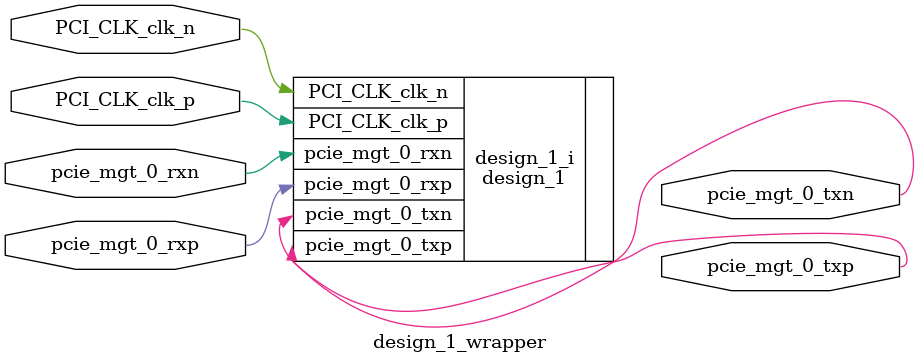
<source format=v>
`timescale 1 ps / 1 ps

module design_1_wrapper
   (PCI_CLK_clk_n,
    PCI_CLK_clk_p,
    pcie_mgt_0_rxn,
    pcie_mgt_0_rxp,
    pcie_mgt_0_txn,
    pcie_mgt_0_txp);
  input [0:0]PCI_CLK_clk_n;
  input [0:0]PCI_CLK_clk_p;
  input [0:0]pcie_mgt_0_rxn;
  input [0:0]pcie_mgt_0_rxp;
  output [0:0]pcie_mgt_0_txn;
  output [0:0]pcie_mgt_0_txp;

  wire [0:0]PCI_CLK_clk_n;
  wire [0:0]PCI_CLK_clk_p;
  wire [0:0]pcie_mgt_0_rxn;
  wire [0:0]pcie_mgt_0_rxp;
  wire [0:0]pcie_mgt_0_txn;
  wire [0:0]pcie_mgt_0_txp;

  design_1 design_1_i
       (.PCI_CLK_clk_n(PCI_CLK_clk_n),
        .PCI_CLK_clk_p(PCI_CLK_clk_p),
        .pcie_mgt_0_rxn(pcie_mgt_0_rxn),
        .pcie_mgt_0_rxp(pcie_mgt_0_rxp),
        .pcie_mgt_0_txn(pcie_mgt_0_txn),
        .pcie_mgt_0_txp(pcie_mgt_0_txp));
endmodule

</source>
